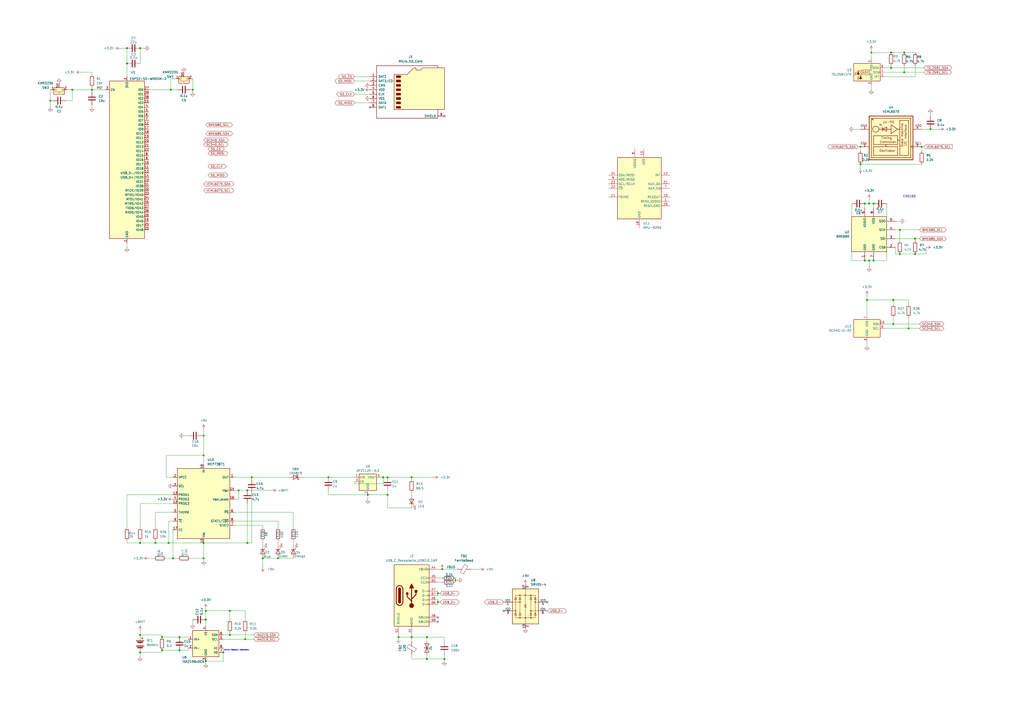
<source format=kicad_sch>
(kicad_sch (version 20250114) (generator "eeschema") (generator_version "9.0")
  (paper "A2")
  (text "ENS160\n" (at 527.558 114.046 0) (effects (font (size 1.27 1.27))))
  (text "REVIEW POSSIBLE ADDRESSES\n" (at 137.16 377.19 0) (effects (font (size 0.635 0.635))))
  (junction (at 119.38 359.41))
  (junction (at -101.6 369.57))
  (junction (at 254 344.17))
  (junction (at 516.89 30.48))
  (junction (at 502.92 173.99))
  (junction (at 133.35 368.3))
  (junction (at 530.8223 138.43))
  (junction (at 231.14 369.57))
  (junction (at 504.19 118.11))
  (junction (at 501.65 151.13))
  (junction (at -96.52 325.12))
  (junction (at 256.54 330.2))
  (junction (at 257.81 382.27))
  (junction (at 29.21 58.42))
  (junction (at 100.33 323.85))
  (junction (at -105.41 345.44))
  (junction (at 518.16 187.96))
  (junction (at -80.01 354.33))
  (junction (at 93.98 369.57))
  (junction (at 190.5 276.86))
  (junction (at 104.14 369.57))
  (junction (at 161.29 323.85))
  (junction (at 81.28 314.96))
  (junction (at -83.82 325.12))
  (junction (at 152.4 323.85))
  (junction (at 524.51 30.48))
  (junction (at 505.46 30.48))
  (junction (at 524.51 41.91))
  (junction (at 81.28 378.46))
  (junction (at 501.65 118.11))
  (junction (at 224.79 276.86))
  (junction (at 238.76 369.57))
  (junction (at 41.91 52.07))
  (junction (at 81.28 27.94))
  (junction (at 138.43 284.48))
  (junction (at 73.66 36.83))
  (junction (at 129.54 378.46))
  (junction (at 213.36 287.02))
  (junction (at -93.98 379.73))
  (junction (at 247.65 382.27))
  (junction (at 99.06 52.07))
  (junction (at 527.05 190.5))
  (junction (at 539.75 74.93))
  (junction (at 499.11 95.25))
  (junction (at 506.73 118.11))
  (junction (at 143.51 314.96))
  (junction (at 264.16 336.55))
  (junction (at 521.97 133.35))
  (junction (at 118.11 264.16))
  (junction (at 104.14 377.19))
  (junction (at 254 349.25))
  (junction (at 90.17 314.96))
  (junction (at 133.35 354.33))
  (junction (at 111.76 52.07))
  (junction (at 516.89 39.37))
  (junction (at 118.11 323.85))
  (junction (at 247.65 369.57))
  (junction (at 143.51 284.48))
  (junction (at 119.38 354.33))
  (junction (at 499.11 85.09))
  (junction (at 73.66 27.94))
  (junction (at 118.11 252.73))
  (junction (at 97.79 314.96))
  (junction (at -114.3 325.12))
  (junction (at 222.25 276.86))
  (junction (at -83.82 345.44))
  (junction (at 142.24 370.84))
  (junction (at 81.28 368.3))
  (junction (at 238.76 276.86))
  (junction (at -83.82 336.55))
  (junction (at 534.67 85.09))
  (junction (at 521.97 147.32))
  (junction (at 146.05 276.86))
  (junction (at 530.86 147.32))
  (junction (at 506.73 151.13))
  (junction (at 518.16 173.99))
  (junction (at 118.11 314.96))
  (junction (at 93.98 377.19))
  (junction (at 119.38 383.54))
  (junction (at 504.19 151.13))
  (junction (at 53.34 52.07))
  (junction (at 224.79 287.02))
  (no_connect (at 254 358.14))
  (no_connect (at 292.1 354.33))
  (no_connect (at 257.81 67.31))
  (no_connect (at 317.5 349.25))
  (no_connect (at 214.63 62.23))
  (no_connect (at 254 360.68))
  (wire (pts (xy -101.6 354.33) (xy -80.01 354.33)))
  (wire (pts (xy 119.38 353.06) (xy 119.38 354.33)))
  (wire (pts (xy 231.14 369.57) (xy 238.76 369.57)))
  (wire (pts (xy 190.5 287.02) (xy 190.5 284.48)))
  (wire (pts (xy 222.25 276.86) (xy 222.25 280.67)))
  (wire (pts (xy 205.74 280.67) (xy 205.74 279.4)))
  (wire (pts (xy 53.34 52.07) (xy 60.96 52.07)))
  (wire (pts (xy 516.89 39.37) (xy 535.94 39.37)))
  (wire (pts (xy 152.4 313.69) (xy 152.4 316.23)))
  (wire (pts (xy 506.73 118.11) (xy 506.73 120.65)))
  (wire (pts (xy 518.16 187.96) (xy 513.08 187.96)))
  (wire (pts (xy 539.75 74.93) (xy 544.83 74.93)))
  (wire (pts (xy 539.75 66.04) (xy 539.75 67.31)))
  (wire (pts (xy 254 347.98) (xy 254 349.25)))
  (wire (pts (xy 501.65 118.11) (xy 501.65 120.65)))
  (wire (pts (xy 29.21 52.07) (xy 29.21 58.42)))
  (wire (pts (xy 247.65 372.11) (xy 247.65 369.57)))
  (wire (pts (xy 96.52 276.86) (xy 96.52 264.16)))
  (wire (pts (xy 494.03 118.11) (xy 494.03 151.13)))
  (wire (pts (xy 224.79 287.02) (xy 213.36 287.02)))
  (wire (pts (xy 264.16 336.55) (xy 265.43 336.55)))
  (wire (pts (xy 504.19 118.11) (xy 501.65 118.11)))
  (wire (pts (xy 231.14 368.3) (xy 231.14 369.57)))
  (wire (pts (xy 530.86 44.45) (xy 530.86 38.1)))
  (wire (pts (xy 90.17 313.69) (xy 90.17 314.96)))
  (wire (pts (xy 93.98 377.19) (xy 104.14 377.19)))
  (wire (pts (xy 73.66 140.97) (xy 73.66 143.51)))
  (wire (pts (xy 534.67 85.09) (xy 534.67 87.63)))
  (wire (pts (xy -105.41 345.44) (xy -105.41 346.71)))
  (wire (pts (xy -66.04 379.73) (xy -66.04 384.81)))
  (wire (pts (xy 530.8223 138.43) (xy 533.4 138.43)))
  (wire (pts (xy 534.67 74.93) (xy 539.75 74.93)))
  (wire (pts (xy 505.46 49.53) (xy 505.46 52.07)))
  (wire (pts (xy 41.91 52.07) (xy 53.34 52.07)))
  (wire (pts (xy 129.54 368.3) (xy 133.35 368.3)))
  (wire (pts (xy 53.34 41.91) (xy 53.34 43.18)))
  (wire (pts (xy -101.6 368.3) (xy -101.6 369.57)))
  (wire (pts (xy 93.98 369.57) (xy 93.98 368.3)))
  (wire (pts (xy 205.74 59.69) (xy 214.63 59.69)))
  (wire (pts (xy 143.51 314.96) (xy 118.11 314.96)))
  (wire (pts (xy 93.98 368.3) (xy 81.28 368.3)))
  (wire (pts (xy 161.29 313.69) (xy 161.29 316.23)))
  (wire (pts (xy 111.76 52.07) (xy 110.49 52.07)))
  (wire (pts (xy 73.66 313.69) (xy 73.66 314.96)))
  (wire (pts (xy 499.11 95.25) (xy 499.11 97.79)))
  (wire (pts (xy -114.3 325.12) (xy -114.3 331.47)))
  (wire (pts (xy -80.01 354.33) (xy -62.23 354.33)))
  (wire (pts (xy 53.34 53.34) (xy 53.34 52.07)))
  (wire (pts (xy 96.52 323.85) (xy 100.33 323.85)))
  (wire (pts (xy -105.41 341.63) (xy -105.41 345.44)))
  (wire (pts (xy 537.21 147.32) (xy 530.86 147.32)))
  (wire (pts (xy 129.54 375.92) (xy 129.54 378.46)))
  (wire (pts (xy -101.6 369.57) (xy -90.17 369.57)))
  (wire (pts (xy 519.43 128.27) (xy 521.97 128.27)))
  (wire (pts (xy 521.97 133.35) (xy 521.97 139.7)))
  (wire (pts (xy 135.89 284.48) (xy 138.43 284.48)))
  (wire (pts (xy 497.84 85.09) (xy 499.11 85.09)))
  (wire (pts (xy 504.19 154.94) (xy 504.19 151.13)))
  (wire (pts (xy -90.17 374.65) (xy -93.98 374.65)))
  (wire (pts (xy 81.28 378.46) (xy 81.28 381)))
  (wire (pts (xy 29.21 58.42) (xy 29.21 62.23)))
  (wire (pts (xy 135.89 297.18) (xy 170.18 297.18)))
  (wire (pts (xy 119.38 359.41) (xy 119.38 363.22)))
  (wire (pts (xy 152.4 304.8) (xy 152.4 306.07)))
  (wire (pts (xy 129.54 383.54) (xy 119.38 383.54)))
  (wire (pts (xy -105.41 345.44) (xy -83.82 345.44)))
  (wire (pts (xy 257.81 372.11) (xy 257.81 369.57)))
  (wire (pts (xy 257.81 369.57) (xy 247.65 369.57)))
  (wire (pts (xy -114.3 325.12) (xy -109.22 325.12)))
  (wire (pts (xy -127 334.01) (xy -127 336.55)))
  (wire (pts (xy 86.36 323.85) (xy 88.9 323.85)))
  (wire (pts (xy 238.76 382.27) (xy 247.65 382.27)))
  (wire (pts (xy 524.51 41.91) (xy 524.51 38.1)))
  (wire (pts (xy 142.24 370.84) (xy 147.32 370.84)))
  (wire (pts (xy 93.98 377.19) (xy 93.98 378.46)))
  (wire (pts (xy 513.08 190.5) (xy 527.05 190.5)))
  (wire (pts (xy 205.74 54.61) (xy 214.63 54.61)))
  (wire (pts (xy 238.76 294.64) (xy 224.79 294.64)))
  (wire (pts (xy 247.65 369.57) (xy 238.76 369.57)))
  (wire (pts (xy 138.43 284.48) (xy 143.51 284.48)))
  (wire (pts (xy 530.8223 138.43) (xy 530.86 139.7)))
  (wire (pts (xy 118.11 314.96) (xy 118.11 323.85)))
  (wire (pts (xy 135.89 304.8) (xy 152.4 304.8)))
  (wire (pts (xy 278.13 330.2) (xy 273.05 330.2)))
  (wire (pts (xy 224.79 294.64) (xy 224.79 287.02)))
  (wire (pts (xy 106.68 252.73) (xy 109.22 252.73)))
  (wire (pts (xy -101.6 379.73) (xy -101.6 378.46)))
  (wire (pts (xy 519.43 143.51) (xy 519.43 147.32)))
  (wire (pts (xy 254 344.17) (xy 254 345.44)))
  (wire (pts (xy 119.38 354.33) (xy 119.38 359.41)))
  (wire (pts (xy 254 337.82) (xy 256.54 337.82)))
  (wire (pts (xy 29.21 58.42) (xy 30.48 58.42)))
  (wire (pts (xy 518.16 184.15) (xy 518.16 187.96)))
  (wire (pts (xy 119.38 383.54) (xy 119.38 384.81)))
  (wire (pts (xy 247.65 382.27) (xy 257.81 382.27)))
  (wire (pts (xy 143.51 292.1) (xy 143.51 314.96)))
  (wire (pts (xy 142.24 370.84) (xy 142.24 367.03)))
  (wire (pts (xy 238.76 285.75) (xy 238.76 287.02)))
  (wire (pts (xy 53.34 50.8) (xy 53.34 52.07)))
  (wire (pts (xy 190.5 276.86) (xy 205.74 276.86)))
  (wire (pts (xy 521.97 133.35) (xy 533.4 133.35)))
  (wire (pts (xy 110.49 323.85) (xy 118.11 323.85)))
  (wire (pts (xy 255.27 344.17) (xy 254 344.17)))
  (wire (pts (xy -62.23 354.33) (xy -62.23 369.57)))
  (wire (pts (xy -73.66 335.28) (xy -73.66 345.44)))
  (wire (pts (xy -97.79 331.47) (xy -96.52 331.47)))
  (wire (pts (xy 90.17 297.18) (xy 100.33 297.18)))
  (wire (pts (xy 102.87 52.07) (xy 99.06 52.07)))
  (wire (pts (xy 90.17 306.07) (xy 90.17 297.18)))
  (wire (pts (xy 264.16 336.55) (xy 264.16 337.82)))
  (wire (pts (xy -83.82 325.12) (xy -83.82 327.66)))
  (wire (pts (xy 73.66 27.94) (xy 73.66 36.83)))
  (wire (pts (xy -101.6 379.73) (xy -93.98 379.73)))
  (wire (pts (xy 213.36 287.02) (xy 213.36 289.56)))
  (wire (pts (xy 129.54 370.84) (xy 142.24 370.84)))
  (wire (pts (xy 495.3 74.93) (xy 499.11 74.93)))
  (wire (pts (xy 494.03 151.13) (xy 501.65 151.13)))
  (wire (pts (xy 514.35 118.11) (xy 514.35 151.13)))
  (wire (pts (xy 256.54 330.2) (xy 254 330.2)))
  (wire (pts (xy 513.08 41.91) (xy 524.51 41.91)))
  (wire (pts (xy 238.76 276.86) (xy 251.46 276.86)))
  (wire (pts (xy 96.52 264.16) (xy 118.11 264.16)))
  (wire (pts (xy 118.11 269.24) (xy 118.11 264.16)))
  (wire (pts (xy 73.66 287.02) (xy 100.33 287.02)))
  (wire (pts (xy -97.79 336.55) (xy -83.82 336.55)))
  (wire (pts (xy 90.17 314.96) (xy 97.79 314.96)))
  (wire (pts (xy 504.19 151.13) (xy 506.73 151.13)))
  (wire (pts (xy 143.51 314.96) (xy 146.05 314.96)))
  (wire (pts (xy 152.4 328.93) (xy 152.4 323.85)))
  (wire (pts (xy 502.92 171.45) (xy 502.92 173.99)))
  (wire (pts (xy 100.33 307.34) (xy 100.33 323.85)))
  (wire (pts (xy 81.28 313.69) (xy 81.28 314.96)))
  (wire (pts (xy 238.76 369.57) (xy 238.76 372.11)))
  (wire (pts (xy 521.97 147.32) (xy 530.86 147.32)))
  (wire (pts (xy -83.82 336.55) (xy -83.82 337.82)))
  (wire (pts (xy 133.35 368.3) (xy 133.35 367.03)))
  (wire (pts (xy 527.05 190.5) (xy 533.4 190.5)))
  (wire (pts (xy 39.37 52.07) (xy 41.91 52.07)))
  (wire (pts (xy 111.76 52.07) (xy 111.76 53.34)))
  (wire (pts (xy 118.11 248.92) (xy 118.11 252.73)))
  (wire (pts (xy -96.52 325.12) (xy -93.98 325.12)))
  (wire (pts (xy 73.66 36.83) (xy 73.66 44.45)))
  (wire (pts (xy 257.81 382.27) (xy 257.81 379.73)))
  (wire (pts (xy 99.06 52.07) (xy 86.36 52.07)))
  (wire (pts (xy 170.18 313.69) (xy 170.18 316.23)))
  (wire (pts (xy 118.11 252.73) (xy 116.84 252.73)))
  (wire (pts (xy 254 335.28) (xy 256.54 335.28)))
  (wire (pts (xy 69.85 27.94) (xy 73.66 27.94)))
  (wire (pts (xy 109.22 370.84) (xy 109.22 369.57)))
  (wire (pts (xy 222.25 276.86) (xy 224.79 276.86)))
  (wire (pts (xy 73.66 314.96) (xy 81.28 314.96)))
  (wire (pts (xy -101.6 360.68) (xy -101.6 354.33)))
  (wire (pts (xy -127 325.12) (xy -127 326.39)))
  (wire (pts (xy 238.76 276.86) (xy 224.79 276.86)))
  (wire (pts (xy 142.24 359.41) (xy 142.24 354.33)))
  (wire (pts (xy 256.54 330.2) (xy 265.43 330.2)))
  (wire (pts (xy 205.74 280.67) (xy 222.25 280.67)))
  (wire (pts (xy 254 344.17) (xy 254 342.9)))
  (wire (pts (xy 111.76 45.72) (xy 111.76 52.07)))
  (wire (pts (xy -83.82 336.55) (xy -83.82 335.28)))
  (wire (pts (xy 138.43 289.56) (xy 138.43 284.48)))
  (wire (pts (xy 41.91 58.42) (xy 41.91 52.07)))
  (wire (pts (xy 97.79 302.26) (xy 97.79 314.96)))
  (wire (pts (xy 81.28 27.94) (xy 83.82 27.94)))
  (wire (pts (xy 224.79 284.48) (xy 224.79 287.02)))
  (wire (pts (xy 175.26 276.86) (xy 190.5 276.86)))
  (wire (pts (xy 537.21 143.51) (xy 537.21 147.32)))
  (wire (pts (xy 527.05 184.15) (xy 527.05 190.5)))
  (wire (pts (xy 514.35 151.13) (xy 506.73 151.13)))
  (wire (pts (xy 516.89 39.37) (xy 516.89 38.1)))
  (wire (pts (xy 146.05 276.86) (xy 135.89 276.86)))
  (wire (pts (xy 513.08 39.37) (xy 516.89 39.37)))
  (wire (pts (xy 93.98 369.57) (xy 104.14 369.57)))
  (wire (pts (xy 527.05 173.99) (xy 527.05 176.53)))
  (wire (pts (xy -73.66 345.44) (xy -83.82 345.44)))
  (wire (pts (xy 502.92 198.12) (xy 502.92 200.66)))
  (wire (pts (xy 81.28 292.1) (xy 100.33 292.1)))
  (wire (pts (xy 247.65 379.73) (xy 247.65 382.27)))
  (wire (pts (xy 133.35 359.41) (xy 133.35 354.33)))
  (wire (pts (xy 505.46 29.21) (xy 505.46 30.48)))
  (wire (pts (xy 264.16 335.28) (xy 264.16 336.55)))
  (wire (pts (xy 38.1 58.42) (xy 41.91 58.42)))
  (wire (pts (xy -114.3 331.47) (xy -113.03 331.47)))
  (wire (pts (xy -80.01 354.33) (xy -80.01 363.22)))
  (wire (pts (xy 101.6 45.72) (xy 99.06 45.72)))
  (wire (pts (xy 170.18 297.18) (xy 170.18 306.07)))
  (wire (pts (xy 504.19 151.13) (xy 501.65 151.13)))
  (wire (pts (xy 502.92 173.99) (xy 518.16 173.99)))
  (wire (pts (xy 257.81 382.27) (xy 257.81 383.54)))
  (wire (pts (xy 93.98 378.46) (xy 81.28 378.46)))
  (wire (pts (xy 519.43 133.35) (xy 521.97 133.35)))
  (wire (pts (xy 499.11 85.09) (xy 499.11 87.63)))
  (wire (pts (xy -96.52 331.47) (xy -96.52 325.12)))
  (wire (pts (xy 53.34 60.96) (xy 53.34 62.23)))
  (wire (pts (xy 100.33 302.26) (xy 97.79 302.26)))
  (wire (pts (xy 516.89 30.48) (xy 524.51 30.48)))
  (wire (pts (xy 97.79 314.96) (xy 118.11 314.96)))
  (wire (pts (xy 96.52 276.86) (xy 100.33 276.86)))
  (wire (pts (xy -101.6 325.12) (xy -96.52 325.12)))
  (wire (pts (xy 118.11 264.16) (xy 118.11 252.73)))
  (wire (pts (xy 505.46 30.48) (xy 516.89 30.48)))
  (wire (pts (xy 99.06 45.72) (xy 99.06 52.07)))
  (wire (pts (xy 111.76 359.41) (xy 111.76 361.95)))
  (wire (pts (xy 46.99 41.91) (xy 53.34 41.91)))
  (wire (pts (xy -93.98 374.65) (xy -93.98 379.73)))
  (wire (pts (xy -62.23 369.57) (xy -66.04 369.57)))
  (wire (pts (xy -93.98 379.73) (xy -90.17 379.73)))
  (wire (pts (xy 519.43 138.43) (xy 530.8223 138.43)))
  (wire (pts (xy -83.82 325.12) (xy -73.66 325.12)))
  (wire (pts (xy 152.4 323.85) (xy 161.29 323.85)))
  (wire (pts (xy 213.36 287.02) (xy 190.5 287.02)))
  (wire (pts (xy 109.22 377.19) (xy 104.14 377.19)))
  (wire (pts (xy 524.51 41.91) (xy 535.94 41.91)))
  (wire (pts (xy 146.05 285.75) (xy 146.05 314.96)))
  (wire (pts (xy 109.22 375.92) (xy 109.22 377.19)))
  (wire (pts (xy 504.19 118.11) (xy 506.73 118.11)))
  (wire (pts (xy -101.6 370.84) (xy -101.6 369.57)))
  (wire (pts (xy 518.16 173.99) (xy 518.16 176.53)))
  (wire (pts (xy 81.28 314.96) (xy 90.17 314.96)))
  (wire (pts (xy 118.11 323.85) (xy 118.11 325.12)))
  (wire (pts (xy 143.51 284.48) (xy 157.48 284.48)))
  (wire (pts (xy 519.43 147.32) (xy 521.97 147.32)))
  (wire (pts (xy 129.54 378.46) (xy 129.54 383.54)))
  (wire (pts (xy 109.22 369.57) (xy 104.14 369.57)))
  (wire (pts (xy 135.89 302.26) (xy 161.29 302.26)))
  (wire (pts (xy 534.67 85.09) (xy 535.94 85.09)))
  (wire (pts (xy 81.28 27.94) (xy 81.28 36.83)))
  (wire (pts (xy -127 325.12) (xy -114.3 325.12)))
  (wire (pts (xy 238.76 368.3) (xy 238.76 369.57)))
  (wire (pts (xy 133.35 368.3) (xy 147.32 368.3)))
  (wire (pts (xy 133.35 354.33) (xy 119.38 354.33)))
  (wire (pts (xy 100.33 323.85) (xy 102.87 323.85)))
  (wire (pts (xy 73.66 306.07) (xy 73.66 287.02)))
  (wire (pts (xy 81.28 365.76) (xy 81.28 368.3)))
  (wire (pts (xy -86.36 325.12) (xy -83.82 325.12)))
  (wire (pts (xy 146.05 276.86) (xy 146.05 278.13)))
  (wire (pts (xy 231.14 369.57) (xy 231.14 370.84)))
  (wire (pts (xy 205.74 46.99) (xy 214.63 46.99)))
  (wire (pts (xy 504.19 115.57) (xy 504.19 118.11)))
  (wire (pts (xy 524.51 30.48) (xy 530.86 30.48)))
  (wire (pts (xy 238.76 379.73) (xy 238.76 382.27)))
  (wire (pts (xy -73.66 325.12) (xy -73.66 327.66)))
  (wire (pts (xy 238.76 278.13) (xy 238.76 276.86)))
  (wire (pts (xy 146.05 276.86) (xy 167.64 276.86)))
  (wire (pts (xy 142.24 354.33) (xy 133.35 354.33)))
  (wire (pts (xy 254 349.25) (xy 254 350.52)))
  (wire (pts (xy 499.11 95.25) (xy 534.67 95.25)))
  (wire (pts (xy 518.16 187.96) (xy 533.4 187.96)))
  (wire (pts (xy 161.29 323.85) (xy 170.18 323.85)))
  (wire (pts (xy 505.46 30.48) (xy 505.46 34.29)))
  (wire (pts (xy 220.98 276.86) (xy 222.25 276.86)))
  (wire (pts (xy 161.29 302.26) (xy 161.29 306.07)))
  (wire (pts (xy 518.16 173.99) (xy 527.05 173.99)))
  (wire (pts (xy 135.89 289.56) (xy 138.43 289.56)))
  (wire (pts (xy 502.92 182.88) (xy 502.92 173.99)))
  (wire (pts (xy 513.08 44.45) (xy 530.86 44.45)))
  (wire (pts (xy 205.74 44.45) (xy 214.63 44.45)))
  (wire (pts (xy 255.27 349.25) (xy 254 349.25)))
  (wire (pts (xy 81.28 306.07) (xy 81.28 292.1)))
  (label "RST" (at 59.69 52.07 180))
  (global_label "USB_D+" (shape bidirectional) (at 255.27 349.25 0) (property "Intersheetrefs" "${INTERSHEET_REFS}" (effects (hide yes))))
  (global_label "BME680_SDA" (shape bidirectional) (at 533.4 138.43 0) (property "Intersheetrefs" "${INTERSHEET_REFS}" (effects (hide yes))))
  (global_label "USB_D-" (shape bidirectional) (at 292.1 349.25 180) (property "Intersheetrefs" "${INTERSHEET_REFS}" (effects (hide yes))))
  (global_label "BME680_SCL" (shape bidirectional) (at 533.4 133.35 0) (property "Intersheetrefs" "${INTERSHEET_REFS}" (effects (hide yes))))
  (global_label "TSL2591_SDA" (shape bidirectional) (at 535.94 39.37 0) (property "Intersheetrefs" "${INTERSHEET_REFS}" (effects (hide yes))))
  (global_label "INA219_SCL" (shape bidirectional) (at 147.32 370.84 0) (property "Intersheetrefs" "${INTERSHEET_REFS}" (effects (hide yes))))
  (global_label "SCD40_SCL" (shape bidirectional) (at 533.4 190.5 0) (property "Intersheetrefs" "${INTERSHEET_REFS}" (effects (hide yes))))
  (global_label "SCD40_SCL" (shape bidirectional) (at 118.11 83.82 0) (property "Intersheetrefs" "${INTERSHEET_REFS}" (effects (hide yes))))
  (global_label "TSL2591_SCL" (shape bidirectional) (at 535.94 41.91 0) (property "Intersheetrefs" "${INTERSHEET_REFS}" (effects (hide yes))))
  (global_label "VEML6075_SDA" (shape bidirectional) (at 497.84 85.09 180) (property "Intersheetrefs" "${INTERSHEET_REFS}" (effects (hide yes))))
  (global_label "SCD40_SDA" (shape bidirectional) (at 533.4 187.96 0) (property "Intersheetrefs" "${INTERSHEET_REFS}" (effects (hide yes))))
  (global_label "SD_CLK" (shape bidirectional) (at 120.65 96.52 0) (property "Intersheetrefs" "${INTERSHEET_REFS}" (effects (hide yes))))
  (global_label "USB_D+" (shape bidirectional) (at 317.5 354.33 0) (property "Intersheetrefs" "${INTERSHEET_REFS}" (effects (hide yes))))
  (global_label "SD_MOSI" (shape bidirectional) (at 120.65 88.9 0) (property "Intersheetrefs" "${INTERSHEET_REFS}" (effects (hide yes))))
  (global_label "VEML6075_SDA" (shape bidirectional) (at 118.11 106.68 0) (property "Intersheetrefs" "${INTERSHEET_REFS}" (effects (hide yes))))
  (global_label "SD_CS" (shape bidirectional) (at 120.65 86.36 0) (property "Intersheetrefs" "${INTERSHEET_REFS}" (effects (hide yes))))
  (global_label "SD_MISO" (shape bidirectional) (at 120.65 101.6 0) (property "Intersheetrefs" "${INTERSHEET_REFS}" (effects (hide yes))))
  (global_label "SD_MISO" (shape bidirectional) (at 205.74 59.69 180) (property "Intersheetrefs" "${INTERSHEET_REFS}" (effects (hide yes))))
  (global_label "BME680_SCL" (shape bidirectional) (at 119.38 72.39 0) (property "Intersheetrefs" "${INTERSHEET_REFS}" (effects (hide yes))))
  (global_label "SD_CLK" (shape bidirectional) (at 205.74 54.61 180) (property "Intersheetrefs" "${INTERSHEET_REFS}" (effects (hide yes))))
  (global_label "SD_MOSI" (shape bidirectional) (at 205.74 46.99 180) (property "Intersheetrefs" "${INTERSHEET_REFS}" (effects (hide yes))))
  (global_label "VEML6075_SCL" (shape input) (at 535.94 85.09 0) (property "Intersheetrefs" "${INTERSHEET_REFS}" (effects (hide yes))))
  (global_label "SCD40_SDA" (shape bidirectional) (at 118.11 81.28 0) (property "Intersheetrefs" "${INTERSHEET_REFS}" (effects (hide yes))))
  (global_label "BME680_SDA" (shape bidirectional) (at 119.38 77.47 0) (property "Intersheetrefs" "${INTERSHEET_REFS}" (effects (hide yes))))
  (global_label "VEML6075_SCL" (shape bidirectional) (at 118.11 110.49 0) (property "Intersheetrefs" "${INTERSHEET_REFS}" (effects (hide yes))))
  (global_label "INA219_SDA" (shape bidirectional) (at 147.2796 368.3 0) (property "Intersheetrefs" "${INTERSHEET_REFS}" (effects (hide yes))))
  (global_label "USB_D-" (shape bidirectional) (at 255.27 344.17 0) (property "Intersheetrefs" "${INTERSHEET_REFS}" (effects (hide yes))))
  (global_label "SD_CS" (shape bidirectional) (at 205.74 44.45 180) (property "Intersheetrefs" "${INTERSHEET_REFS}" (effects (hide yes))))
  (symbol (lib_id "RF_Module:ESP32-S3-WROOM-2") (at 73.66 92.71 0) (unit 1)
    (property "Reference" "U1" (at 75.8033 41.91 0) (effects (justify left)))
    (property "Value" "ESP32-S3-WROOM-2" (at 75.184 45.72 0) (effects (justify left)))
    (property "Footprint" "RF_Module:ESP32-S3-WROOM-2" (effects (hide yes)))
    (property "Datasheet" "https://www.espressif.com/sites/default/files/documentation/esp32-s3-wroom-2_datasheet_en.pdf" (effects (hide yes)))
    (property "Description" "RF Module, 2.4 GHz, Wi­-Fi, Bluetooth, BLE, ESP32­-S3R8V" (effects (hide yes)))
  )
  (symbol (lib_id "Device:C") (at 143.51 288.29 0) (unit 1)
    (property "Reference" "C13" (at 146.05 287.02 0) (effects (justify left)))
    (property "Value" "4.7u" (at 146.05 289.56 0) (effects (justify left)))
    (property "Footprint" "Capacitor_SMD:C_0603_1608Metric" (effects (hide yes)))
    (property "Description" "Unpolarized capacitor" (effects (hide yes)))
  )
  (symbol (lib_id "power:GND") (at 119.38 384.81 0) (mirror y) (unit 1)
    (property "Reference" "#PWR021" (effects (hide yes)))
    (property "Value" "GND" (effects (hide yes)))
    (property "Description" "Power symbol creates a global label with name \"GND\" , ground" (effects (hide yes)))
  )
  (symbol (lib_id "power:+BATT") (at 81.28 365.76 0) (unit 1)
    (property "Reference" "#PWR017" (effects (hide yes)))
    (property "Value" "+BATT" (at 81.28 360.68 0))
    (property "Description" "Power symbol creates a global label with name \"+BATT\"" (effects (hide yes)))
  )
  (symbol (lib_id "Switch:SW_Push_Shielded") (at 106.68 45.72 0) (mirror x) (unit 1)
    (property "Reference" "SW1" (at 98.806 44.45 0))
    (property "Value" "KMR223G" (at 98.806 41.91 0))
    (property "Footprint" "Button_Switch_SMD:SW_Push_1P1T-SH_NO_CK_KMR2xxG" (effects (hide yes)))
    (property "Description" "Generic push-button switch, two contact pins and shield pin(s)" (effects (hide yes)))
  )
  (symbol (lib_id "Device:C") (at 53.34 57.15 0) (unit 1)
    (property "Reference" "C2" (at 57.15 55.8799 0) (effects (justify left)))
    (property "Value" "10u" (at 57.15 58.4199 0) (effects (justify left)))
    (property "Footprint" "Capacitor_SMD:C_0603_1608Metric" (effects (hide yes)))
    (property "Description" "Unpolarized capacitor" (effects (hide yes)))
  )
  (symbol (lib_id "Connector:USB_C_Receptacle_USB2.0_16P") (at 238.76 345.44 0) (unit 1)
    (property "Reference" "J2" (at 238.76 322.58 0))
    (property "Value" "USB_C_Receptacle_USB2.0_16P" (at 238.76 325.12 0))
    (property "Footprint" "Connector_USB:USB_C_Receptacle_HRO_TYPE-C-31-M-12" (effects (hide yes)))
    (property "Datasheet" "https://www.usb.org/sites/default/files/documents/usb_type-c.zip" (effects (hide yes)))
    (property "Description" "USB 2.0-only 16P Type-C Receptacle connector" (effects (hide yes)))
  )
  (symbol (lib_id "Device:R") (at 73.66 309.88 0) (unit 1)
    (property "Reference" "R14" (at 74.676 309.372 0) (effects (justify left)))
    (property "Value" "2k" (at 74.93 311.15 0) (effects (justify left)))
    (property "Footprint" "Resistor_SMD:R_1206_3216Metric" (effects (hide yes)))
    (property "Description" "Resistor" (effects (hide yes)))
  )
  (symbol (lib_id "Device:C") (at 115.57 359.41 90) (unit 1)
    (property "Reference" "C12" (at 114.3 356.87 0) (effects (justify left)))
    (property "Value" "0.1u" (at 116.84 356.87 0) (effects (justify left)))
    (property "Footprint" "Capacitor_SMD:C_0603_1608Metric" (effects (hide yes)))
    (property "Description" "Unpolarized capacitor" (effects (hide yes)))
  )
  (symbol (lib_id "power:GND") (at 304.8 364.49 0) (mirror y) (unit 1)
    (property "Reference" "#PWR031" (effects (hide yes)))
    (property "Value" "GND" (effects (hide yes)))
    (property "Description" "Power symbol creates a global label with name \"GND\" , ground" (effects (hide yes)))
  )
  (symbol (lib_id "power:+3.3V") (at 544.83 74.93 270) (unit 1)
    (property "Reference" "#PWR014" (effects (hide yes)))
    (property "Value" "+3.3V" (at 548.64 74.9299 90) (effects (justify left)))
    (property "Description" "Power symbol creates a global label with name \"+3.3V\"" (effects (hide yes)))
  )
  (symbol (lib_id "power:+3.3V") (at 214.63 52.07 90) (unit 1)
    (property "Reference" "#PWR034" (effects (hide yes)))
    (property "Value" "+3.3V" (at 208.534 52.07 90))
    (property "Description" "Power symbol creates a global label with name \"+3.3V\"" (effects (hide yes)))
  )
  (symbol (lib_id "Device:R") (at 534.67 91.44 0) (unit 1)
    (property "Reference" "R5" (at 537.21 90.1699 0) (effects (justify left)))
    (property "Value" "2.2k" (at 537.21 92.7099 0) (effects (justify left)))
    (property "Footprint" "Resistor_SMD:R_0603_1608Metric" (effects (hide yes)))
    (property "Description" "Resistor" (effects (hide yes)))
  )
  (symbol (lib_id "power:GND") (at 34.29 48.26 180) (unit 1)
    (property "Reference" "#PWR047" (effects (hide yes)))
    (property "Value" "GND" (effects (hide yes)))
    (property "Description" "Power symbol creates a global label with name \"GND\" , ground" (effects (hide yes)))
  )
  (symbol (lib_id "Device:R") (at 133.35 363.22 0) (unit 1)
    (property "Reference" "R10" (at 135.89 361.9499 0) (effects (justify left)))
    (property "Value" "3.3k" (at 135.89 364.4899 0) (effects (justify left)))
    (property "Footprint" "Resistor_SMD:R_0603_1608Metric" (effects (hide yes)))
    (property "Description" "Resistor" (effects (hide yes)))
  )
  (symbol (lib_id "Device:C") (at 190.5 280.67 0) (unit 1)
    (property "Reference" "C9" (at 193.04 279.4 0) (effects (justify left)))
    (property "Value" "1u" (at 193.04 281.94 0) (effects (justify left)))
    (property "Footprint" "Capacitor_SMD:C_0603_1608Metric" (effects (hide yes)))
    (property "Description" "Unpolarized capacitor" (effects (hide yes)))
  )
  (symbol (lib_id "Device:R") (at 260.35 335.28 90) (unit 1)
    (property "Reference" "R24" (at 260.35 335.28 90))
    (property "Value" "5.1k" (at 260.604 333.248 90))
    (property "Footprint" "Resistor_SMD:R_1206_3216Metric" (effects (hide yes)))
    (property "Description" "Resistor" (effects (hide yes)))
  )
  (symbol (lib_id "power:+BATT") (at 157.48 284.48 270) (unit 1)
    (property "Reference" "#PWR038" (effects (hide yes)))
    (property "Value" "+BATT" (at 161.29 284.4799 90) (effects (justify left)))
    (property "Description" "Power symbol creates a global label with name \"+BATT\"" (effects (hide yes)))
  )
  (symbol (lib_id "Device:C") (at 257.81 375.92 0) (unit 1)
    (property "Reference" "C18" (at 261.62 374.6499 0) (effects (justify left)))
    (property "Value" "100n" (at 261.62 377.1899 0) (effects (justify left)))
    (property "Description" "Unpolarized capacitor" (effects (hide yes)))
  )
  (symbol (lib_id "power:Earth") (at 231.14 370.84 0) (unit 1)
    (property "Reference" "#PWR023" (effects (hide yes)))
    (property "Value" "Earth" (effects (hide yes)))
    (property "Description" "Power symbol creates a global label with name \"Earth\"" (effects (hide yes)))
  )
  (symbol (lib_id "Device:R") (at 238.76 281.94 0) (unit 1)
    (property "Reference" "R13" (at 241.3 280.6699 0) (effects (justify left)))
    (property "Value" "66.5" (at 241.3 283.2099 0) (effects (justify left)))
    (property "Footprint" "Resistor_SMD:R_1206_3216Metric" (effects (hide yes)))
    (property "Description" "Resistor" (effects (hide yes)))
  )
  (symbol (lib_id "Device:L") (at -105.41 325.12 90) (unit 1)
    (property "Reference" "L1" (at -105.41 326.39 90))
    (property "Value" "22uH" (at -105.41 323.088 90))
    (property "Description" "Inductor" (effects (hide yes)))
  )
  (symbol (lib_id "power:GND") (at -105.41 346.71 0) (mirror y) (unit 1)
    (property "Reference" "#PWR025" (effects (hide yes)))
    (property "Value" "GND" (effects (hide yes)))
    (property "Description" "Power symbol creates a global label with name \"GND\" , ground" (effects (hide yes)))
  )
  (symbol (lib_id "power:GND") (at -66.04 384.81 0) (mirror y) (unit 1)
    (property "Reference" "#PWR026" (effects (hide yes)))
    (property "Value" "GND" (effects (hide yes)))
    (property "Description" "Power symbol creates a global label with name \"GND\" , ground" (effects (hide yes)))
  )
  (symbol (lib_id "power:+3.3V") (at 100.33 289.56 90) (unit 1)
    (property "Reference" "#PWR043" (effects (hide yes)))
    (property "Value" "+3.3V" (at 94.234 289.56 90))
    (property "Description" "Power symbol creates a global label with name \"+3.3V\"" (effects (hide yes)))
  )
  (symbol (lib_id "Device:R") (at 530.86 34.29 0) (unit 1)
    (property "Reference" "R8" (at 531.876 33.02 0) (effects (justify left)))
    (property "Value" "4.7k" (at 531.876 35.56 0) (effects (justify left)))
    (property "Footprint" "Resistor_SMD:R_0603_1608Metric" (effects (hide yes)))
    (property "Description" "Resistor" (effects (hide yes)))
  )
  (symbol (lib_id "power:GND") (at 214.63 57.15 270) (mirror x) (unit 1)
    (property "Reference" "#PWR033" (effects (hide yes)))
    (property "Value" "GND" (effects (hide yes)))
    (property "Description" "Power symbol creates a global label with name \"GND\" , ground" (effects (hide yes)))
  )
  (symbol (lib_id "Device:R") (at 170.18 309.88 0) (mirror x) (unit 1)
    (property "Reference" "R19" (at 170.18 309.88 90))
    (property "Value" "115" (at 172.212 309.88 90))
    (property "Footprint" "Resistor_SMD:R_1206_3216Metric" (effects (hide yes)))
    (property "Description" "Resistor" (effects (hide yes)))
  )
  (symbol (lib_id "Device:R") (at 524.51 34.29 0) (unit 1)
    (property "Reference" "R6" (at 525.526 33.02 0) (effects (justify left)))
    (property "Value" "4.7k" (at 525.526 35.56 0) (effects (justify left)))
    (property "Footprint" "Resistor_SMD:R_0603_1608Metric" (effects (hide yes)))
    (property "Description" "Resistor" (effects (hide yes)))
  )
  (symbol (lib_id "Device:FerriteBead") (at 269.24 330.2 90) (unit 1)
    (property "Reference" "FB1" (at 269.1892 322.58 90))
    (property "Value" "FerriteBead" (at 269.1892 325.12 90))
    (property "Description" "Ferrite bead" (effects (hide yes)))
  )
  (symbol (lib_id "Regulator_Switching:MT3608") (at -105.41 334.01 0) (unit 1)
    (property "Reference" "U9" (at -105.41 318.262 0))
    (property "Value" "MT3608" (at -105.41 320.802 0))
    (property "Footprint" "Package_TO_SOT_SMD:SOT-23-6" (effects (hide yes)))
    (property "Datasheet" "https://www.olimex.com/Products/Breadboarding/BB-PWR-3608/resources/MT3608.pdf" (effects (hide yes)))
    (property "Description" "High Efficiency 1.2MHz 2A Step Up Converter, 2-24V Vin, 28V Vout, 4A current limit, 1.2MHz, SOT23-6" (effects (hide yes)))
  )
  (symbol (lib_id "power:+5V") (at 118.11 248.92 0) (unit 1)
    (property "Reference" "#PWR044" (effects (hide yes)))
    (property "Value" "+5V" (at 118.11 243.84 0))
    (property "Description" "Power symbol creates a global label with name \"+5V\"" (effects (hide yes)))
  )
  (symbol (lib_id "Device:C") (at 77.47 36.83 90) (mirror x) (unit 1)
    (property "Reference" "C3" (at 77.47 31.496 90))
    (property "Value" "0.1u" (at 77.47 33.274 90))
    (property "Footprint" "Capacitor_SMD:C_0603_1608Metric" (effects (hide yes)))
    (property "Description" "Unpolarized capacitor" (effects (hide yes)))
  )
  (symbol (lib_id "VEML6075:VEML6075") (at 516.89 80.01 0) (unit 1)
    (property "Reference" "U4" (at 516.9107 62.23 0))
    (property "Value" "VEML6075" (at 516.9107 64.77 0))
    (property "Footprint" "PCB:VISHAY_VEML6075_1.25X2X1" (effects (hide yes)))
    (property "Datasheet" "https://mm.digikey.com/Volume0/opasdata/d220001/medias/docus/1256/VEML6075.pdf" (effects (hide yes)))
    (property "TAPE_REEL" "YES" (effects (hide yes)))
    (property "MF" "Vishay Semiconductor Opto Division" (effects (hide yes)))
    (property "Description_1" "Optical Sensor Ultraviolet (UV) 330nm, 365nm I2C 4-TFLGA" (effects (hide yes)))
    (property "Package" "None" (effects (hide yes)))
    (property "Price" "None" (effects (hide yes)))
    (property "VOLUME" "MOQ: 2500 pcs" (effects (hide yes)))
    (property "SnapEDA_Link" "https://www.snapeda.com/parts/VEML6075/Vishay/view-part/?ref=snap" (effects (hide yes)))
    (property "MP" "VEML6075" (effects (hide yes)))
    (property "Availability" "In Stock" (effects (hide yes)))
    (property "Check_prices" "https://www.snapeda.com/parts/VEML6075/Vishay/view-part/?ref=eda" (effects (hide yes)))
  )
  (symbol (lib_id "power:+5V") (at 152.4 328.93 180) (unit 1)
    (property "Reference" "#PWR045" (effects (hide yes)))
    (property "Value" "+5V" (at 154.94 330.1999 0) (effects (justify right)))
    (property "Description" "Power symbol creates a global label with name \"+5V\"" (effects (hide yes)))
  )
  (symbol (lib_id "Device:R") (at 81.28 309.88 0) (unit 1)
    (property "Reference" "R15" (at 83.82 308.6099 0) (effects (justify left)))
    (property "Value" "1k" (at 83.82 311.1499 0) (effects (justify left)))
    (property "Footprint" "Resistor_SMD:R_1206_3216Metric" (effects (hide yes)))
    (property "Description" "Resistor" (effects (hide yes)))
  )
  (symbol (lib_id "Device:C") (at 146.05 281.94 0) (unit 1)
    (property "Reference" "C15" (at 148.59 280.67 0) (effects (justify left)))
    (property "Value" "4.7u" (at 148.59 283.21 0) (effects (justify left)))
    (property "Footprint" "Capacitor_SMD:C_0603_1608Metric" (effects (hide yes)))
    (property "Description" "Unpolarized capacitor" (effects (hide yes)))
  )
  (symbol (lib_id "Device:R") (at 53.34 46.99 0) (unit 1)
    (property "Reference" "R1" (at 55.88 45.7199 0) (effects (justify left)))
    (property "Value" "10k" (at 55.88 48.2599 0) (effects (justify left)))
    (property "Footprint" "Resistor_SMD:R_0603_1608Metric" (effects (hide yes)))
    (property "Description" "Resistor" (effects (hide yes)))
  )
  (symbol (lib_id "power:VBUS") (at 256.54 330.2 0) (unit 1)
    (property "Reference" "#PWR024" (effects (hide yes)))
    (property "Value" "VBUS" (at 259.08 328.9299 0) (effects (justify left)))
    (property "Description" "Power symbol creates a global label with name \"VBUS\"" (effects (hide yes)))
  )
  (symbol (lib_id "Switch:SW_Push_Shielded") (at 34.29 52.07 0) (mirror x) (unit 1)
    (property "Reference" "SW3" (at 26.416 50.8 0))
    (property "Value" "KMR223G" (at 26.416 48.26 0))
    (property "Footprint" "Button_Switch_SMD:SW_Push_1P1T-SH_NO_CK_KMR2xxG" (effects (hide yes)))
    (property "Description" "Generic push-button switch, two contact pins and shield pin(s)" (effects (hide yes)))
  )
  (symbol (lib_id "power:GND") (at 106.68 252.73 270) (mirror x) (unit 1)
    (property "Reference" "#PWR041" (effects (hide yes)))
    (property "Value" "GND" (effects (hide yes)))
    (property "Description" "Power symbol creates a global label with name \"GND\" , ground" (effects (hide yes)))
  )
  (symbol (lib_id "power:GND") (at 495.3 74.93 270) (mirror x) (unit 1)
    (property "Reference" "#PWR06" (effects (hide yes)))
    (property "Value" "GND" (effects (hide yes)))
    (property "Description" "Power symbol creates a global label with name \"GND\" , ground" (effects (hide yes)))
  )
  (symbol (lib_id "power:GND") (at 81.28 381 0) (mirror y) (unit 1)
    (property "Reference" "#PWR018" (effects (hide yes)))
    (property "Value" "GND" (effects (hide yes)))
    (property "Description" "Power symbol creates a global label with name \"GND\" , ground" (effects (hide yes)))
  )
  (symbol (lib_id "Device:R") (at 521.97 143.51 0) (unit 1)
    (property "Reference" "R4" (at 524.51 142.2399 0) (effects (justify left)))
    (property "Value" "4.7k" (at 524.51 144.7799 0) (effects (justify left)))
    (property "Footprint" "Resistor_SMD:R_0603_1608Metric" (effects (hide yes)))
    (property "Description" "Resistor" (effects (hide yes)))
  )
  (symbol (lib_id "Device:C") (at 106.68 52.07 270) (mirror x) (unit 1)
    (property "Reference" "C5" (at 106.68 58.166 90))
    (property "Value" "0.1u" (at 106.68 55.626 90))
    (property "Footprint" "Capacitor_SMD:C_0603_1608Metric" (effects (hide yes)))
    (property "Description" "Unpolarized capacitor" (effects (hide yes)))
  )
  (symbol (lib_id "Device:R") (at 518.16 180.34 0) (unit 1)
    (property "Reference" "R27" (at 520.7 179.0699 0) (effects (justify left)))
    (property "Value" "4.7k" (at 520.7 181.6099 0) (effects (justify left)))
    (property "Footprint" "Resistor_SMD:R_0603_1608Metric" (effects (hide yes)))
    (property "Description" "Resistor" (effects (hide yes)))
  )
  (symbol (lib_id "power:+3.3V") (at 119.38 353.06 0) (unit 1)
    (property "Reference" "#PWR020" (effects (hide yes)))
    (property "Value" "+3.3V" (at 119.38 347.98 0))
    (property "Description" "Power symbol creates a global label with name \"+3.3V\"" (effects (hide yes)))
  )
  (symbol (lib_id "power:+3.3V") (at 251.46 276.86 270) (unit 1)
    (property "Reference" "#PWR022" (effects (hide yes)))
    (property "Value" "+3.3V" (at 255.27 276.8599 90) (effects (justify left)))
    (property "Description" "Power symbol creates a global label with name \"+3.3V\"" (effects (hide yes)))
  )
  (symbol (lib_id "power:GND") (at 539.75 66.04 0) (mirror x) (unit 1)
    (property "Reference" "#PWR013" (effects (hide yes)))
    (property "Value" "GND" (effects (hide yes)))
    (property "Description" "Power symbol creates a global label with name \"GND\" , ground" (effects (hide yes)))
  )
  (symbol (lib_id "Device:FerriteBead") (at 238.76 375.92 180) (unit 1)
    (property "Reference" "FB2" (at 232.156 375.92 90))
    (property "Value" "120" (at 234.696 375.92 90))
    (property "Description" "BLM31KN121SH1L" (effects (hide yes)))
  )
  (symbol (lib_id "Device:R") (at -83.82 331.47 0) (unit 1)
    (property "Reference" "R22" (at -81.28 330.1999 0) (effects (justify left)))
    (property "Value" "3.3k" (at -81.28 332.7399 0) (effects (justify left)))
    (property "Description" "Resistor" (effects (hide yes)))
  )
  (symbol (lib_id "Device:R") (at 92.71 323.85 90) (unit 1)
    (property "Reference" "R16" (at 92.202 322.834 0) (effects (justify left)))
    (property "Value" "2k" (at 93.98 322.58 0) (effects (justify left)))
    (property "Footprint" "Resistor_SMD:R_1206_3216Metric" (effects (hide yes)))
    (property "Description" "Resistor" (effects (hide yes)))
  )
  (symbol (lib_id "Sensor_Gas:SCD40-D-R2") (at 502.92 190.5 0) (unit 1)
    (property "Reference" "U12" (at 494.03 189.2299 0) (effects (justify right)))
    (property "Value" "SCD40-D-R2" (at 494.03 191.7699 0) (effects (justify right)))
    (property "Footprint" "Sensor:Sensirion_SCD4x-1EP_10.1x10.1mm_P1.25mm_EP4.8x4.8mm" (effects (hide yes)))
    (property "Datasheet" "https://sensirion.com/media/documents/E0F04247/631EF271/CD_DS_SCD40_SCD41_Datasheet_D1.pdf" (effects (hide yes)))
    (property "Description" "Photoacoustic CO2 sensor, 40 000 ppm, I2C, 2.4-5.5 V, Base accuracy  400 - 2000 ppm" (effects (hide yes)))
  )
  (symbol (lib_id "Device:R") (at -83.82 341.63 0) (unit 1)
    (property "Reference" "R23" (at -81.28 340.3599 0) (effects (justify left)))
    (property "Value" "450" (at -81.28 342.8999 0) (effects (justify left)))
    (property "Description" "Resistor" (effects (hide yes)))
  )
  (symbol (lib_id "Device:C") (at 34.29 58.42 90) (unit 1)
    (property "Reference" "C1" (at 34.29 64.516 90))
    (property "Value" "0.1u" (at 34.29 61.976 90))
    (property "Footprint" "Capacitor_SMD:C_0603_1608Metric" (effects (hide yes)))
    (property "Description" "Unpolarized capacitor" (effects (hide yes)))
  )
  (symbol (lib_id "Device:LED") (at 161.29 320.04 90) (mirror x) (unit 1)
    (property "Reference" "D5" (at 164.084 320.294 90))
    (property "Value" "Green" (at 164.338 322.58 90))
    (property "Footprint" "LED_SMD:LED_1206_3216Metric_Pad1.42x1.75mm_HandSolder" (effects (hide yes)))
    (property "Description" "Light emitting diode" (effects (hide yes)))
    (property "Sim.Pins" "1=K 2=A" (effects (hide yes)))
  )
  (symbol (lib_id "power:+3.3V") (at 537.21 143.51 270) (unit 1)
    (property "Reference" "#PWR015" (effects (hide yes)))
    (property "Value" "+3.3V" (at 541.02 143.5099 90) (effects (justify left)))
    (property "Description" "Power symbol creates a global label with name \"+3.3V\"" (effects (hide yes)))
  )
  (symbol (lib_id "Device:Battery") (at 81.28 373.38 0) (unit 1)
    (property "Reference" "BT1" (at 85.09 371.5384 0) (effects (justify left)))
    (property "Value" "Battery" (at 85.09 374.0784 0) (effects (justify left)))
    (property "Footprint" "Connector_AMASS:AMASS_XT60-F_1x02_P7.20mm_Vertical" (effects (hide yes)))
    (property "Description" "Multiple-cell battery" (effects (hide yes)))
  )
  (symbol (lib_id "Device:LED") (at 238.76 290.83 90) (unit 1)
    (property "Reference" "D2" (at 242.57 291.1474 90) (effects (justify right)))
    (property "Value" "LED" (at 242.57 293.6874 90) (effects (justify right)))
    (property "Footprint" "LED_SMD:LED_1206_3216Metric_Pad1.42x1.75mm_HandSolder" (effects (hide yes)))
    (property "Description" "Light emitting diode" (effects (hide yes)))
    (property "Sim.Pins" "1=K 2=A" (effects (hide yes)))
  )
  (symbol (lib_id "power:GND") (at 214.63 49.53 270) (mirror x) (unit 1)
    (property "Reference" "#PWR046" (effects (hide yes)))
    (property "Value" "GND" (effects (hide yes)))
    (property "Description" "Power symbol creates a global label with name \"GND\" , ground" (effects (hide yes)))
  )
  (symbol (lib_id "Connector:Micro_SD_Card") (at 237.49 52.07 0) (unit 1)
    (property "Reference" "J3" (at 238.125 33.02 0))
    (property "Value" "Micro_SD_Card" (at 238.125 35.56 0))
    (property "Footprint" "Connector_Card:microSD_HC_Wuerth_693072010801" (effects (hide yes)))
    (property "Datasheet" "https://www.we-online.com/components/products/datasheet/693072010801.pdf" (effects (hide yes)))
    (property "Description" "Micro SD Card Socket" (effects (hide yes)))
  )
  (symbol (lib_id "power:GND") (at 53.34 62.23 0) (unit 1)
    (property "Reference" "#PWR04" (effects (hide yes)))
    (property "Value" "GND" (effects (hide yes)))
    (property "Description" "Power symbol creates a global label with name \"GND\" , ground" (effects (hide yes)))
  )
  (symbol (lib_id "Device:D") (at -90.17 325.12 180) (unit 1)
    (property "Reference" "D1" (at -90.17 318.77 0))
    (property "Value" "D" (at -90.17 321.31 0))
    (property "Description" "Diode" (effects (hide yes)))
    (property "Sim.Device" "D" (effects (hide yes)))
    (property "Sim.Pins" "1=K 2=A" (effects (hide yes)))
  )
  (symbol (lib_id "power:GND") (at 257.81 383.54 0) (unit 1)
    (property "Reference" "#PWR028" (effects (hide yes)))
    (property "Value" "GND" (effects (hide yes)))
    (property "Description" "Power symbol creates a global label with name \"GND\" , ground" (effects (hide yes)))
  )
  (symbol (lib_id "Device:R") (at 530.86 143.51 0) (unit 1)
    (property "Reference" "R7" (at 533.4 142.2399 0) (effects (justify left)))
    (property "Value" "4.7k" (at 532.892 144.78 0) (effects (justify left)))
    (property "Footprint" "Resistor_SMD:R_0603_1608Metric" (effects (hide yes)))
    (property "Description" "Resistor" (effects (hide yes)))
  )
  (symbol (lib_id "nber08:NE555D_nber08") (at -77.47 374.65 0) (unit 1)
    (property "Reference" "U7" (at -77.47 384.81 0))
    (property "Value" "NE555D" (at -77.47 387.35 0))
    (property "Footprint" "Package_SO:SOIC-8_3.9x4.9mm_P1.27mm" (effects (hide yes)))
  )
  (symbol (lib_id "power:GND") (at 111.76 53.34 0) (mirror y) (unit 1)
    (property "Reference" "#PWR05" (effects (hide yes)))
    (property "Value" "GND" (effects (hide yes)))
    (property "Description" "Power symbol creates a global label with name \"GND\" , ground" (effects (hide yes)))
  )
  (symbol (lib_id "Device:R") (at 527.05 180.34 0) (unit 1)
    (property "Reference" "R28" (at 529.59 179.0699 0) (effects (justify left)))
    (property "Value" "4.7k" (at 529.59 181.6099 0) (effects (justify left)))
    (property "Footprint" "Resistor_SMD:R_0603_1608Metric" (effects (hide yes)))
    (property "Description" "Resistor" (effects (hide yes)))
  )
  (symbol (lib_id "Device:C") (at 497.84 118.11 270) (mirror x) (unit 1)
    (property "Reference" "C6" (at 497.967 123.571 90))
    (property "Value" "0.1u" (at 497.967 121.793 90))
    (property "Footprint" "Capacitor_SMD:C_0603_1608Metric" (effects (hide yes)))
    (property "Description" "Unpolarized capacitor" (effects (hide yes)))
  )
  (symbol (lib_id "Device:R") (at -101.6 364.49 0) (unit 1)
    (property "Reference" "R21" (at -99.06 363.2199 0) (effects (justify left)))
    (property "Value" "R" (at -99.06 365.7599 0) (effects (justify left)))
    (property "Description" "Resistor" (effects (hide yes)))
  )
  (symbol (lib_id "power:GND") (at 100.33 281.94 270) (mirror x) (unit 1)
    (property "Reference" "#PWR032" (effects (hide yes)))
    (property "Value" "GND" (effects (hide yes)))
    (property "Description" "Power symbol creates a global label with name \"GND\" , ground" (effects (hide yes)))
  )
  (symbol (lib_id "power:+3.3V") (at 502.92 171.45 0) (unit 1)
    (property "Reference" "#PWR016" (effects (hide yes)))
    (property "Value" "+3.3V" (at 502.92 166.37 0))
    (property "Description" "Power symbol creates a global label with name \"+3.3V\"" (effects (hide yes)))
  )
  (symbol (lib_id "power:GND") (at 505.46 52.07 0) (mirror y) (unit 1)
    (property "Reference" "#PWR011" (effects (hide yes)))
    (property "Value" "GND" (effects (hide yes)))
    (property "Description" "Power symbol creates a global label with name \"GND\" , ground" (effects (hide yes)))
  )
  (symbol (lib_id "Device:R") (at 499.11 91.44 0) (unit 1)
    (property "Reference" "R2" (at 500.888 90.17 0) (effects (justify left)))
    (property "Value" "2.2k" (at 500.126 92.71 0) (effects (justify left)))
    (property "Footprint" "Resistor_SMD:R_0603_1608Metric" (effects (hide yes)))
    (property "Description" "Resistor" (effects (hide yes)))
  )
  (symbol (lib_id "Sensor_Energy:INA219BxDCN") (at 119.38 373.38 0) (unit 1)
    (property "Reference" "U6" (at 105.664 381.254 0) (effects (justify left)))
    (property "Value" "INA219BxDCN" (at 105.664 383.794 0) (effects (justify left)))
    (property "Footprint" "Package_TO_SOT_SMD:SOT-23-8" (effects (hide yes)))
    (property "Datasheet" "http://www.ti.com/lit/ds/symlink/ina219.pdf" (effects (hide yes)))
    (property "Description" "Zero-Drift, HighAccuracy, Bidirectional Current/Power Monitor (0-26V) With I2C Interface, SOT-23-8" (effects (hide yes)))
  )
  (symbol (lib_id "power:GND") (at 118.11 325.12 0) (mirror y) (unit 1)
    (property "Reference" "#PWR040" (effects (hide yes)))
    (property "Value" "GND" (effects (hide yes)))
    (property "Description" "Power symbol creates a global label with name \"GND\" , ground" (effects (hide yes)))
  )
  (symbol (lib_id "power:GND") (at 504.19 154.94 0) (mirror y) (unit 1)
    (property "Reference" "#PWR09" (effects (hide yes)))
    (property "Value" "GND" (effects (hide yes)))
    (property "Description" "Power symbol creates a global label with name \"GND\" , ground" (effects (hide yes)))
  )
  (symbol (lib_id "power:+3.3V") (at 504.19 115.57 0) (unit 1)
    (property "Reference" "#PWR08" (effects (hide yes)))
    (property "Value" "+3.3V" (at 504.19 110.49 0))
    (property "Description" "Power symbol creates a global label with name \"+3.3V\"" (effects (hide yes)))
  )
  (symbol (lib_id "Power_Protection:SRV05-4") (at 304.8 351.79 0) (unit 1)
    (property "Reference" "U8" (at 307.9181 336.55 0) (effects (justify left)))
    (property "Value" "SRV05-4" (at 307.9181 339.09 0) (effects (justify left)))
    (property "Footprint" "Package_TO_SOT_SMD:SOT-23-6_Handsoldering" (effects (hide yes)))
    (property "Datasheet" "http://www.onsemi.com/pub/Collateral/SRV05-4-D.PDF" (effects (hide yes)))
    (property "Description" "ESD Protection Diodes with Low Clamping Voltage, SOT-23-6" (effects (hide yes)))
  )
  (symbol (lib_id "power:+3.3V") (at 499.11 97.79 180) (unit 1)
    (property "Reference" "#PWR07" (effects (hide yes)))
    (property "Value" "+3.3V" (at 503.174 99.06 0))
    (property "Description" "Power symbol creates a global label with name \"+3.3V\"" (effects (hide yes)))
  )
  (symbol (lib_id "power:GND") (at -127 336.55 0) (mirror y) (unit 1)
    (property "Reference" "#PWR027" (effects (hide yes)))
    (property "Value" "GND" (effects (hide yes)))
    (property "Description" "Power symbol creates a global label with name \"GND\" , ground" (effects (hide yes)))
  )
  (symbol (lib_id "power:+3.3V") (at 46.99 41.91 90) (unit 1)
    (property "Reference" "#PWR02" (effects (hide yes)))
    (property "Value" "+3.3V" (at 43.18 41.9099 90) (effects (justify left)))
    (property "Description" "Power symbol creates a global label with name \"+3.3V\"" (effects (hide yes)))
  )
  (symbol (lib_id "Device:R") (at 93.98 373.38 0) (unit 1)
    (property "Reference" "R9" (at 96.52 372.1099 0) (effects (justify left)))
    (property "Value" "0.2" (at 96.52 374.6499 0) (effects (justify left)))
    (property "Footprint" "Resistor_SMD:R_0603_1608Metric" (effects (hide yes)))
    (property "Description" "Resistor" (effects (hide yes)))
  )
  (symbol (lib_id "Device:R") (at 516.89 34.29 0) (unit 1)
    (property "Reference" "R3" (at 518.16 32.766 0) (effects (justify left)))
    (property "Value" "4.7k" (at 518.16 35.306 0) (effects (justify left)))
    (property "Footprint" "Resistor_SMD:R_0603_1608Metric" (effects (hide yes)))
    (property "Description" "Resistor" (effects (hide yes)))
  )
  (symbol (lib_id "Device:R") (at -101.6 374.65 0) (unit 1)
    (property "Reference" "R12" (at -99.06 373.3799 0) (effects (justify left)))
    (property "Value" "R" (at -99.06 375.9199 0) (effects (justify left)))
    (property "Description" "Resistor" (effects (hide yes)))
  )
  (symbol (lib_id "power:GND") (at 265.43 336.55 90) (mirror x) (unit 1)
    (property "Reference" "#PWR052" (effects (hide yes)))
    (property "Value" "GND" (effects (hide yes)))
    (property "Description" "Power symbol creates a global label with name \"GND\" , ground" (effects (hide yes)))
  )
  (symbol (lib_id "Device:C") (at 510.54 118.11 270) (unit 1)
    (property "Reference" "C7" (at 510.54 122.936 90))
    (property "Value" "0.1u" (at 510.54 121.158 90))
    (property "Footprint" "Capacitor_SMD:C_0603_1608Metric" (effects (hide yes)))
    (property "Description" "Unpolarized capacitor" (effects (hide yes)))
  )
  (symbol (lib_id "Device:LED") (at 170.18 320.04 90) (mirror x) (unit 1)
    (property "Reference" "D4" (at 172.974 320.548 90))
    (property "Value" "Orange" (at 173.736 322.58 90))
    (property "Footprint" "LED_SMD:LED_1206_3216Metric_Pad1.42x1.75mm_HandSolder" (effects (hide yes)))
    (property "Description" "Light emitting diode" (effects (hide yes)))
    (property "Sim.Pins" "1=K 2=A" (effects (hide yes)))
  )
  (symbol (lib_id "Sensor_Motion:MPU-9250") (at 370.84 109.22 0) (unit 1)
    (property "Reference" "U11" (at 372.9833 129.54 0) (effects (justify left)))
    (property "Value" "MPU-9250" (at 372.9833 132.08 0) (effects (justify left)))
    (property "Footprint" "Sensor_Motion:InvenSense_QFN-24_3x3mm_P0.4mm" (effects (hide yes)))
    (property "Datasheet" "https://invensense.tdk.com/wp-content/uploads/2015/02/PS-MPU-9250A-01-v1.1.pdf" (effects (hide yes)))
    (property "Description" "InvenSense 9-Axis Motion Sensor, Accelerometer, Gyroscope, Compass, I2C/SPI" (effects (hide yes)))
  )
  (symbol (lib_id "Device:C") (at 113.03 252.73 270) (unit 1)
    (property "Reference" "C16" (at 111.379 256.159 90) (effects (justify left)))
    (property "Value" "10u" (at 111.125 258.445 90) (effects (justify left)))
    (property "Footprint" "Capacitor_SMD:C_0603_1608Metric" (effects (hide yes)))
    (property "Description" "Unpolarized capacitor" (effects (hide yes)))
  )
  (symbol (lib_id "Device:R") (at 260.35 337.82 90) (mirror x) (unit 1)
    (property "Reference" "R25" (at 260.35 337.82 90))
    (property "Value" "5.1k" (at 260.604 339.852 90))
    (property "Footprint" "Resistor_SMD:R_1206_3216Metric" (effects (hide yes)))
    (property "Description" "Resistor" (effects (hide yes)))
  )
  (symbol (lib_id "Device:D_Schottky") (at 171.45 276.86 180) (unit 1)
    (property "Reference" "D89" (at 171.45 272.1568 0))
    (property "Value" "1N5819" (at 171.45 274.4555 0))
    (property "Footprint" "Diode_SMD:D_SOD-323_HandSoldering" (effects (hide yes)))
  )
  (symbol (lib_id "power:GND") (at 111.76 361.95 0) (mirror y) (unit 1)
    (property "Reference" "#PWR037" (effects (hide yes)))
    (property "Value" "GND" (effects (hide yes)))
    (property "Description" "Power symbol creates a global label with name \"GND\" , ground" (effects (hide yes)))
  )
  (symbol (lib_id "Device:LED") (at 152.4 320.04 90) (mirror x) (unit 1)
    (property "Reference" "D3" (at 154.94 320.294 90))
    (property "Value" "Blue" (at 154.94 322.834 90))
    (property "Footprint" "LED_SMD:LED_1206_3216Metric_Pad1.42x1.75mm_HandSolder" (effects (hide yes)))
    (property "Description" "Light emitting diode" (effects (hide yes)))
    (property "Sim.Pins" "1=K 2=A" (effects (hide yes)))
  )
  (symbol (lib_id "power:+3.3V") (at 86.36 323.85 90) (unit 1)
    (property "Reference" "#PWR039" (effects (hide yes)))
    (property "Value" "+3.3V" (at 80.264 323.85 90))
    (property "Description" "Power symbol creates a global label with name \"+3.3V\"" (effects (hide yes)))
  )
  (symbol (lib_id "power:GND") (at 521.97 128.27 90) (mirror x) (unit 1)
    (property "Reference" "#PWR012" (effects (hide yes)))
    (property "Value" "GND" (effects (hide yes)))
    (property "Description" "Power symbol creates a global label with name \"GND\" , ground" (effects (hide yes)))
  )
  (symbol (lib_id "Device:R") (at 90.17 309.88 0) (unit 1)
    (property "Reference" "R26" (at 92.71 308.6099 0) (effects (justify left)))
    (property "Value" "10k" (at 92.71 311.1499 0) (effects (justify left)))
    (property "Footprint" "Resistor_SMD:R_1206_3216Metric" (effects (hide yes)))
    (property "Description" "Resistor" (effects (hide yes)))
  )
  (symbol (lib_id "power:GND") (at 106.68 41.91 180) (unit 1)
    (property "Reference" "#PWR048" (effects (hide yes)))
    (property "Value" "GND" (effects (hide yes)))
    (property "Description" "Power symbol creates a global label with name \"GND\" , ground" (effects (hide yes)))
  )
  (symbol (lib_id "power:+5V") (at 278.13 330.2 270) (unit 1)
    (property "Reference" "#PWR029" (effects (hide yes)))
    (property "Value" "+5V" (at 281.94 330.1999 90) (effects (justify left)))
    (property "Description" "Power symbol creates a global label with name \"+5V\"" (effects (hide yes)))
  )
  (symbol (lib_id "power:GND") (at 29.21 62.23 0) (unit 1)
    (property "Reference" "#PWR01" (effects (hide yes)))
    (property "Value" "GND" (effects (hide yes)))
    (property "Description" "Power symbol creates a global label with name \"GND\" , ground" (effects (hide yes)))
  )
  (symbol (lib_id "Device:C") (at -127 330.2 180) (unit 1)
    (property "Reference" "C17" (at -129.54 331.47 0) (effects (justify left)))
    (property "Value" "22u" (at -129.54 328.93 0) (effects (justify left)))
    (property "Footprint" "Capacitor_SMD:C_0603_1608Metric" (effects (hide yes)))
    (property "Description" "Unpolarized capacitor" (effects (hide yes)))
  )
  (symbol (lib_id "power:+3.3V") (at 505.46 29.21 0) (unit 1)
    (property "Reference" "#PWR010" (effects (hide yes)))
    (property "Value" "+3.3V" (at 505.46 24.13 0))
    (property "Description" "Power symbol creates a global label with name \"+3.3V\"" (effects (hide yes)))
  )
  (symbol (lib_id "Device:R") (at 152.4 309.88 0) (mirror x) (unit 1)
    (property "Reference" "R18" (at 152.4 309.88 90))
    (property "Value" "68" (at 154.432 309.88 90))
    (property "Footprint" "Resistor_SMD:R_1206_3216Metric" (effects (hide yes)))
    (property "Description" "Resistor" (effects (hide yes)))
  )
  (symbol (lib_id "Device:D_TVS") (at 247.65 375.92 90) (unit 1)
    (property "Reference" "D6" (at 249.936 374.65 0) (effects (justify right)))
    (property "Footprint" "Diode_SMD:D_SOD-323_HandSoldering" (effects (hide yes)))
    (property "Description" "AQ4021-01FTG-C" (effects (hide yes)))
  )
  (symbol (lib_id "power:GND") (at 73.66 143.51 0) (unit 1)
    (property "Reference" "#PWR035" (effects (hide yes)))
    (property "Value" "GND" (effects (hide yes)))
    (property "Description" "Power symbol creates a global label with name \"GND\" , ground" (effects (hide yes)))
  )
  (symbol (lib_id "Regulator_Linear:AP2112K-3.3") (at 213.36 279.4 0) (unit 1)
    (property "Reference" "U5" (at 213.36 270.51 0))
    (property "Value" "AP2112K-3.3" (at 213.36 273.05 0))
    (property "Footprint" "Package_TO_SOT_SMD:SOT-23-5" (effects (hide yes)))
    (property "Datasheet" "https://www.diodes.com/assets/Datasheets/AP2112.pdf" (effects (hide yes)))
    (property "Description" "600mA low dropout linear regulator, with enable pin, 3.8V-6V input voltage range, 3.3V fixed positive output, SOT-23-5" (effects (hide yes)))
  )
  (symbol (lib_id "Device:C") (at 104.14 373.38 0) (unit 1)
    (property "Reference" "C10" (at 106.68 372.11 0) (effects (justify left)))
    (property "Value" "1u" (at 106.68 374.65 0) (effects (justify left)))
    (property "Footprint" "Capacitor_SMD:C_0603_1608Metric" (effects (hide yes)))
    (property "Description" "Unpolarized capacitor" (effects (hide yes)))
  )
  (symbol (lib_id "power:GND") (at 83.82 27.94 90) (mirror x) (unit 1)
    (property "Reference" "#PWR03" (effects (hide yes)))
    (property "Value" "GND" (effects (hide yes)))
    (property "Description" "Power symbol creates a global label with name \"GND\" , ground" (effects (hide yes)))
  )
  (symbol (lib_id "Device:R") (at 161.29 309.88 180) (unit 1)
    (property "Reference" "R20" (at 161.29 309.88 90))
    (property "Value" "100" (at 163.576 310.134 90))
    (property "Footprint" "Resistor_SMD:R_1206_3216Metric" (effects (hide yes)))
    (property "Description" "Resistor" (effects (hide yes)))
  )
  (symbol (lib_id "Device:C") (at -73.66 331.47 0) (mirror x) (unit 1)
    (property "Reference" "C14" (at -71.12 332.74 0) (effects (justify left)))
    (property "Value" "22u" (at -71.12 330.2 0) (effects (justify left)))
    (property "Footprint" "Capacitor_SMD:C_0603_1608Metric" (effects (hide yes)))
    (property "Description" "Unpolarized capacitor" (effects (hide yes)))
  )
  (symbol (lib_id "power:+5V") (at 304.8 339.09 0) (unit 1)
    (property "Reference" "#PWR030" (effects (hide yes)))
    (property "Value" "+5V" (at 304.8 334.01 0))
    (property "Description" "Power symbol creates a global label with name \"+5V\"" (effects (hide yes)))
  )
  (symbol (lib_id "Sensor_Optical:TSL25911FN") (at 502.92 41.91 0) (unit 1)
    (property "Reference" "U3" (at 494.03 40.6399 0) (effects (justify right)))
    (property "Value" "TSL25911FN" (at 494.03 43.1799 0) (effects (justify right)))
    (property "Footprint" "OptoDevice:AMS_TSL25911FN" (effects (hide yes)))
    (property "Datasheet" "https://look.ams-osram.com/m/c901de8e97608f8/original/TSL2591-DS000338.pdf" (effects (hide yes)))
    (property "Description" "Light to digital converter, 2.7 to 3.6V Vdd, DFN-6" (effects (hide yes)))
  )
  (symbol (lib_id "power:GND") (at 213.36 289.56 0) (mirror y) (unit 1)
    (property "Reference" "#PWR019" (effects (hide yes)))
    (property "Value" "GND" (effects (hide yes)))
    (property "Description" "Power symbol creates a global label with name \"GND\" , ground" (effects (hide yes)))
  )
  (symbol (lib_id "Device:R") (at 142.24 363.22 0) (unit 1)
    (property "Reference" "R11" (at 144.78 361.9499 0) (effects (justify left)))
    (property "Value" "3.3k" (at 144.78 364.4899 0) (effects (justify left)))
    (property "Footprint" "Resistor_SMD:R_0603_1608Metric" (effects (hide yes)))
    (property "Description" "Resistor" (effects (hide yes)))
  )
  (symbol (lib_id "Device:C") (at 539.75 71.12 0) (unit 1)
    (property "Reference" "C8" (at 543.56 69.8499 0) (effects (justify left)))
    (property "Value" "0.1u" (at 543.56 72.3899 0) (effects (justify left)))
    (property "Footprint" "Capacitor_SMD:C_0603_1608Metric" (effects (hide yes)))
    (property "Description" "Unpolarized capacitor" (effects (hide yes)))
  )
  (symbol (lib_id "power:GND") (at 502.92 200.66 0) (mirror y) (unit 1)
    (property "Reference" "#PWR042" (effects (hide yes)))
    (property "Value" "GND" (effects (hide yes)))
    (property "Description" "Power symbol creates a global label with name \"GND\" , ground" (effects (hide yes)))
  )
  (symbol (lib_id "Device:R") (at 106.68 323.85 90) (unit 1)
    (property "Reference" "R17" (at 106.172 322.834 0) (effects (justify left)))
    (property "Value" "2.4k" (at 107.95 322.58 0) (effects (justify left)))
    (property "Footprint" "Resistor_SMD:R_1206_3216Metric" (effects (hide yes)))
    (property "Description" "Resistor" (effects (hide yes)))
  )
  (symbol (lib_id "Device:C") (at 77.47 27.94 90) (mirror x) (unit 1)
    (property "Reference" "C4" (at 77.47 21.844 90))
    (property "Value" "22u" (at 77.47 24.384 90))
    (property "Footprint" "Capacitor_SMD:C_0603_1608Metric" (effects (hide yes)))
    (property "Description" "Unpolarized capacitor" (effects (hide yes)))
  )
  (symbol (lib_id "Sensor:BME680") (at 504.19 135.89 0) (unit 1)
    (property "Reference" "U2" (at 492.76 134.6199 0) (effects (justify right)))
    (property "Value" "BME680" (at 492.76 137.1599 0) (effects (justify right)))
    (property "Footprint" "Package_LGA:Bosch_LGA-8_3x3mm_P0.8mm_ClockwisePinNumbering" (effects (hide yes)))
    (property "Datasheet" "https://www.bosch-sensortec.com/media/boschsensortec/downloads/datasheets/bst-bme680-ds001.pdf" (effects (hide yes)))
    (property "Description" "4-in-1 sensor, gas, humidity, pressure, temperature, I2C and SPI interface, 1.71-3.6V, LGA-8" (effects (hide yes)))
  )
  (symbol (lib_id "power:+3.3V") (at 69.85 27.94 90) (unit 1)
    (property "Reference" "#PWR036" (effects (hide yes)))
    (property "Value" "+3.3V" (at 66.04 27.9399 90) (effects (justify left)))
    (property "Description" "Power symbol creates a global label with name \"+3.3V\"" (effects (hide yes)))
  )
  (symbol (lib_id "Battery_Management:MCP73871") (at 118.11 292.1 0) (unit 1)
    (property "Reference" "U10" (at 120.2533 266.7 0) (effects (justify left)))
    (property "Value" "MCP73871" (at 120.2533 269.24 0) (effects (justify left)))
    (property "Footprint" "Package_DFN_QFN:QFN-20-1EP_4x4mm_P0.5mm_EP2.5x2.5mm" (effects (hide yes)))
    (property "Datasheet" "http://www.mouser.com/ds/2/268/22090a-52174.pdf" (effects (hide yes)))
    (property "Description" "Single cell, Li-Ion/Li-Po charge management controller" (effects (hide yes)))
  )
  (symbol (lib_id "Device:C") (at 224.79 280.67 0) (unit 1)
    (property "Reference" "C11" (at 227.33 279.4 0) (effects (justify left)))
    (property "Value" "1u" (at 227.33 281.94 0) (effects (justify left)))
    (property "Footprint" "Capacitor_SMD:C_0603_1608Metric" (effects (hide yes)))
    (property "Description" "Unpolarized capacitor" (effects (hide yes)))
  )
)
</source>
